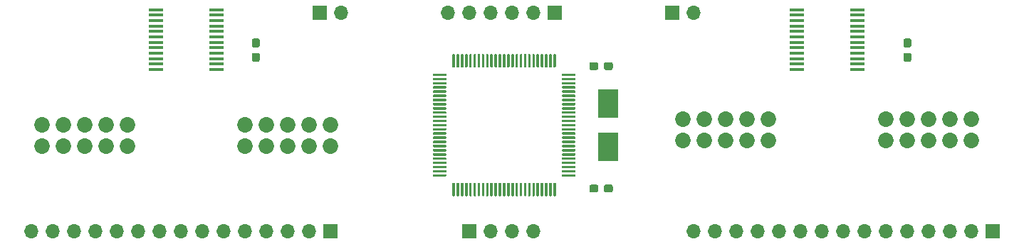
<source format=gbr>
%TF.GenerationSoftware,KiCad,Pcbnew,5.1.9+dfsg1-1*%
%TF.CreationDate,2021-08-18T14:47:46-04:00*%
%TF.ProjectId,custom_toothbrush_board,63757374-6f6d-45f7-946f-6f7468627275,rev?*%
%TF.SameCoordinates,Original*%
%TF.FileFunction,Soldermask,Top*%
%TF.FilePolarity,Negative*%
%FSLAX46Y46*%
G04 Gerber Fmt 4.6, Leading zero omitted, Abs format (unit mm)*
G04 Created by KiCad (PCBNEW 5.1.9+dfsg1-1) date 2021-08-18 14:47:46*
%MOMM*%
%LPD*%
G01*
G04 APERTURE LIST*
%ADD10R,1.700000X1.700000*%
%ADD11O,1.700000X1.700000*%
%ADD12R,1.750000X0.450000*%
%ADD13C,1.853200*%
%ADD14R,2.400000X3.500000*%
G04 APERTURE END LIST*
%TO.C,C1*%
G36*
G01*
X45482500Y-46860000D02*
X45957500Y-46860000D01*
G75*
G02*
X46195000Y-47097500I0J-237500D01*
G01*
X46195000Y-47697500D01*
G75*
G02*
X45957500Y-47935000I-237500J0D01*
G01*
X45482500Y-47935000D01*
G75*
G02*
X45245000Y-47697500I0J237500D01*
G01*
X45245000Y-47097500D01*
G75*
G02*
X45482500Y-46860000I237500J0D01*
G01*
G37*
G36*
G01*
X45482500Y-48585000D02*
X45957500Y-48585000D01*
G75*
G02*
X46195000Y-48822500I0J-237500D01*
G01*
X46195000Y-49422500D01*
G75*
G02*
X45957500Y-49660000I-237500J0D01*
G01*
X45482500Y-49660000D01*
G75*
G02*
X45245000Y-49422500I0J237500D01*
G01*
X45245000Y-48822500D01*
G75*
G02*
X45482500Y-48585000I237500J0D01*
G01*
G37*
%TD*%
%TO.C,C2*%
G36*
G01*
X122952500Y-48585000D02*
X123427500Y-48585000D01*
G75*
G02*
X123665000Y-48822500I0J-237500D01*
G01*
X123665000Y-49422500D01*
G75*
G02*
X123427500Y-49660000I-237500J0D01*
G01*
X122952500Y-49660000D01*
G75*
G02*
X122715000Y-49422500I0J237500D01*
G01*
X122715000Y-48822500D01*
G75*
G02*
X122952500Y-48585000I237500J0D01*
G01*
G37*
G36*
G01*
X122952500Y-46860000D02*
X123427500Y-46860000D01*
G75*
G02*
X123665000Y-47097500I0J-237500D01*
G01*
X123665000Y-47697500D01*
G75*
G02*
X123427500Y-47935000I-237500J0D01*
G01*
X122952500Y-47935000D01*
G75*
G02*
X122715000Y-47697500I0J237500D01*
G01*
X122715000Y-47097500D01*
G75*
G02*
X122952500Y-46860000I237500J0D01*
G01*
G37*
%TD*%
D10*
%TO.C,J1*%
X133350000Y-69850000D03*
D11*
X130810000Y-69850000D03*
X128270000Y-69850000D03*
X125730000Y-69850000D03*
X123190000Y-69850000D03*
X120650000Y-69850000D03*
X118110000Y-69850000D03*
X115570000Y-69850000D03*
X113030000Y-69850000D03*
X110490000Y-69850000D03*
X107950000Y-69850000D03*
X105410000Y-69850000D03*
X102870000Y-69850000D03*
X100330000Y-69850000D03*
X97790000Y-69850000D03*
%TD*%
%TO.C,J2*%
X19050000Y-69850000D03*
X21590000Y-69850000D03*
X24130000Y-69850000D03*
X26670000Y-69850000D03*
X29210000Y-69850000D03*
X31750000Y-69850000D03*
X34290000Y-69850000D03*
X36830000Y-69850000D03*
X39370000Y-69850000D03*
X41910000Y-69850000D03*
X44450000Y-69850000D03*
X46990000Y-69850000D03*
X49530000Y-69850000D03*
X52070000Y-69850000D03*
D10*
X54610000Y-69850000D03*
%TD*%
%TO.C,J3*%
X81280000Y-43815000D03*
D11*
X78740000Y-43815000D03*
X76200000Y-43815000D03*
X73660000Y-43815000D03*
X71120000Y-43815000D03*
X68580000Y-43815000D03*
%TD*%
D10*
%TO.C,J4*%
X71120000Y-69850000D03*
D11*
X73660000Y-69850000D03*
X76200000Y-69850000D03*
X78740000Y-69850000D03*
%TD*%
D10*
%TO.C,J6*%
X95250000Y-43815000D03*
D11*
X97790000Y-43815000D03*
%TD*%
%TO.C,U1*%
G36*
G01*
X83715000Y-63130000D02*
X83715000Y-63280000D01*
G75*
G02*
X83640000Y-63355000I-75000J0D01*
G01*
X82190000Y-63355000D01*
G75*
G02*
X82115000Y-63280000I0J75000D01*
G01*
X82115000Y-63130000D01*
G75*
G02*
X82190000Y-63055000I75000J0D01*
G01*
X83640000Y-63055000D01*
G75*
G02*
X83715000Y-63130000I0J-75000D01*
G01*
G37*
G36*
G01*
X83715000Y-62630000D02*
X83715000Y-62780000D01*
G75*
G02*
X83640000Y-62855000I-75000J0D01*
G01*
X82190000Y-62855000D01*
G75*
G02*
X82115000Y-62780000I0J75000D01*
G01*
X82115000Y-62630000D01*
G75*
G02*
X82190000Y-62555000I75000J0D01*
G01*
X83640000Y-62555000D01*
G75*
G02*
X83715000Y-62630000I0J-75000D01*
G01*
G37*
G36*
G01*
X83715000Y-62130000D02*
X83715000Y-62280000D01*
G75*
G02*
X83640000Y-62355000I-75000J0D01*
G01*
X82190000Y-62355000D01*
G75*
G02*
X82115000Y-62280000I0J75000D01*
G01*
X82115000Y-62130000D01*
G75*
G02*
X82190000Y-62055000I75000J0D01*
G01*
X83640000Y-62055000D01*
G75*
G02*
X83715000Y-62130000I0J-75000D01*
G01*
G37*
G36*
G01*
X83715000Y-61630000D02*
X83715000Y-61780000D01*
G75*
G02*
X83640000Y-61855000I-75000J0D01*
G01*
X82190000Y-61855000D01*
G75*
G02*
X82115000Y-61780000I0J75000D01*
G01*
X82115000Y-61630000D01*
G75*
G02*
X82190000Y-61555000I75000J0D01*
G01*
X83640000Y-61555000D01*
G75*
G02*
X83715000Y-61630000I0J-75000D01*
G01*
G37*
G36*
G01*
X83715000Y-61130000D02*
X83715000Y-61280000D01*
G75*
G02*
X83640000Y-61355000I-75000J0D01*
G01*
X82190000Y-61355000D01*
G75*
G02*
X82115000Y-61280000I0J75000D01*
G01*
X82115000Y-61130000D01*
G75*
G02*
X82190000Y-61055000I75000J0D01*
G01*
X83640000Y-61055000D01*
G75*
G02*
X83715000Y-61130000I0J-75000D01*
G01*
G37*
G36*
G01*
X83715000Y-60630000D02*
X83715000Y-60780000D01*
G75*
G02*
X83640000Y-60855000I-75000J0D01*
G01*
X82190000Y-60855000D01*
G75*
G02*
X82115000Y-60780000I0J75000D01*
G01*
X82115000Y-60630000D01*
G75*
G02*
X82190000Y-60555000I75000J0D01*
G01*
X83640000Y-60555000D01*
G75*
G02*
X83715000Y-60630000I0J-75000D01*
G01*
G37*
G36*
G01*
X83715000Y-60130000D02*
X83715000Y-60280000D01*
G75*
G02*
X83640000Y-60355000I-75000J0D01*
G01*
X82190000Y-60355000D01*
G75*
G02*
X82115000Y-60280000I0J75000D01*
G01*
X82115000Y-60130000D01*
G75*
G02*
X82190000Y-60055000I75000J0D01*
G01*
X83640000Y-60055000D01*
G75*
G02*
X83715000Y-60130000I0J-75000D01*
G01*
G37*
G36*
G01*
X83715000Y-59630000D02*
X83715000Y-59780000D01*
G75*
G02*
X83640000Y-59855000I-75000J0D01*
G01*
X82190000Y-59855000D01*
G75*
G02*
X82115000Y-59780000I0J75000D01*
G01*
X82115000Y-59630000D01*
G75*
G02*
X82190000Y-59555000I75000J0D01*
G01*
X83640000Y-59555000D01*
G75*
G02*
X83715000Y-59630000I0J-75000D01*
G01*
G37*
G36*
G01*
X83715000Y-59130000D02*
X83715000Y-59280000D01*
G75*
G02*
X83640000Y-59355000I-75000J0D01*
G01*
X82190000Y-59355000D01*
G75*
G02*
X82115000Y-59280000I0J75000D01*
G01*
X82115000Y-59130000D01*
G75*
G02*
X82190000Y-59055000I75000J0D01*
G01*
X83640000Y-59055000D01*
G75*
G02*
X83715000Y-59130000I0J-75000D01*
G01*
G37*
G36*
G01*
X83715000Y-58630000D02*
X83715000Y-58780000D01*
G75*
G02*
X83640000Y-58855000I-75000J0D01*
G01*
X82190000Y-58855000D01*
G75*
G02*
X82115000Y-58780000I0J75000D01*
G01*
X82115000Y-58630000D01*
G75*
G02*
X82190000Y-58555000I75000J0D01*
G01*
X83640000Y-58555000D01*
G75*
G02*
X83715000Y-58630000I0J-75000D01*
G01*
G37*
G36*
G01*
X83715000Y-58130000D02*
X83715000Y-58280000D01*
G75*
G02*
X83640000Y-58355000I-75000J0D01*
G01*
X82190000Y-58355000D01*
G75*
G02*
X82115000Y-58280000I0J75000D01*
G01*
X82115000Y-58130000D01*
G75*
G02*
X82190000Y-58055000I75000J0D01*
G01*
X83640000Y-58055000D01*
G75*
G02*
X83715000Y-58130000I0J-75000D01*
G01*
G37*
G36*
G01*
X83715000Y-57630000D02*
X83715000Y-57780000D01*
G75*
G02*
X83640000Y-57855000I-75000J0D01*
G01*
X82190000Y-57855000D01*
G75*
G02*
X82115000Y-57780000I0J75000D01*
G01*
X82115000Y-57630000D01*
G75*
G02*
X82190000Y-57555000I75000J0D01*
G01*
X83640000Y-57555000D01*
G75*
G02*
X83715000Y-57630000I0J-75000D01*
G01*
G37*
G36*
G01*
X83715000Y-57130000D02*
X83715000Y-57280000D01*
G75*
G02*
X83640000Y-57355000I-75000J0D01*
G01*
X82190000Y-57355000D01*
G75*
G02*
X82115000Y-57280000I0J75000D01*
G01*
X82115000Y-57130000D01*
G75*
G02*
X82190000Y-57055000I75000J0D01*
G01*
X83640000Y-57055000D01*
G75*
G02*
X83715000Y-57130000I0J-75000D01*
G01*
G37*
G36*
G01*
X83715000Y-56630000D02*
X83715000Y-56780000D01*
G75*
G02*
X83640000Y-56855000I-75000J0D01*
G01*
X82190000Y-56855000D01*
G75*
G02*
X82115000Y-56780000I0J75000D01*
G01*
X82115000Y-56630000D01*
G75*
G02*
X82190000Y-56555000I75000J0D01*
G01*
X83640000Y-56555000D01*
G75*
G02*
X83715000Y-56630000I0J-75000D01*
G01*
G37*
G36*
G01*
X83715000Y-56130000D02*
X83715000Y-56280000D01*
G75*
G02*
X83640000Y-56355000I-75000J0D01*
G01*
X82190000Y-56355000D01*
G75*
G02*
X82115000Y-56280000I0J75000D01*
G01*
X82115000Y-56130000D01*
G75*
G02*
X82190000Y-56055000I75000J0D01*
G01*
X83640000Y-56055000D01*
G75*
G02*
X83715000Y-56130000I0J-75000D01*
G01*
G37*
G36*
G01*
X83715000Y-55630000D02*
X83715000Y-55780000D01*
G75*
G02*
X83640000Y-55855000I-75000J0D01*
G01*
X82190000Y-55855000D01*
G75*
G02*
X82115000Y-55780000I0J75000D01*
G01*
X82115000Y-55630000D01*
G75*
G02*
X82190000Y-55555000I75000J0D01*
G01*
X83640000Y-55555000D01*
G75*
G02*
X83715000Y-55630000I0J-75000D01*
G01*
G37*
G36*
G01*
X83715000Y-55130000D02*
X83715000Y-55280000D01*
G75*
G02*
X83640000Y-55355000I-75000J0D01*
G01*
X82190000Y-55355000D01*
G75*
G02*
X82115000Y-55280000I0J75000D01*
G01*
X82115000Y-55130000D01*
G75*
G02*
X82190000Y-55055000I75000J0D01*
G01*
X83640000Y-55055000D01*
G75*
G02*
X83715000Y-55130000I0J-75000D01*
G01*
G37*
G36*
G01*
X83715000Y-54630000D02*
X83715000Y-54780000D01*
G75*
G02*
X83640000Y-54855000I-75000J0D01*
G01*
X82190000Y-54855000D01*
G75*
G02*
X82115000Y-54780000I0J75000D01*
G01*
X82115000Y-54630000D01*
G75*
G02*
X82190000Y-54555000I75000J0D01*
G01*
X83640000Y-54555000D01*
G75*
G02*
X83715000Y-54630000I0J-75000D01*
G01*
G37*
G36*
G01*
X83715000Y-54130000D02*
X83715000Y-54280000D01*
G75*
G02*
X83640000Y-54355000I-75000J0D01*
G01*
X82190000Y-54355000D01*
G75*
G02*
X82115000Y-54280000I0J75000D01*
G01*
X82115000Y-54130000D01*
G75*
G02*
X82190000Y-54055000I75000J0D01*
G01*
X83640000Y-54055000D01*
G75*
G02*
X83715000Y-54130000I0J-75000D01*
G01*
G37*
G36*
G01*
X83715000Y-53630000D02*
X83715000Y-53780000D01*
G75*
G02*
X83640000Y-53855000I-75000J0D01*
G01*
X82190000Y-53855000D01*
G75*
G02*
X82115000Y-53780000I0J75000D01*
G01*
X82115000Y-53630000D01*
G75*
G02*
X82190000Y-53555000I75000J0D01*
G01*
X83640000Y-53555000D01*
G75*
G02*
X83715000Y-53630000I0J-75000D01*
G01*
G37*
G36*
G01*
X83715000Y-53130000D02*
X83715000Y-53280000D01*
G75*
G02*
X83640000Y-53355000I-75000J0D01*
G01*
X82190000Y-53355000D01*
G75*
G02*
X82115000Y-53280000I0J75000D01*
G01*
X82115000Y-53130000D01*
G75*
G02*
X82190000Y-53055000I75000J0D01*
G01*
X83640000Y-53055000D01*
G75*
G02*
X83715000Y-53130000I0J-75000D01*
G01*
G37*
G36*
G01*
X83715000Y-52630000D02*
X83715000Y-52780000D01*
G75*
G02*
X83640000Y-52855000I-75000J0D01*
G01*
X82190000Y-52855000D01*
G75*
G02*
X82115000Y-52780000I0J75000D01*
G01*
X82115000Y-52630000D01*
G75*
G02*
X82190000Y-52555000I75000J0D01*
G01*
X83640000Y-52555000D01*
G75*
G02*
X83715000Y-52630000I0J-75000D01*
G01*
G37*
G36*
G01*
X83715000Y-52130000D02*
X83715000Y-52280000D01*
G75*
G02*
X83640000Y-52355000I-75000J0D01*
G01*
X82190000Y-52355000D01*
G75*
G02*
X82115000Y-52280000I0J75000D01*
G01*
X82115000Y-52130000D01*
G75*
G02*
X82190000Y-52055000I75000J0D01*
G01*
X83640000Y-52055000D01*
G75*
G02*
X83715000Y-52130000I0J-75000D01*
G01*
G37*
G36*
G01*
X83715000Y-51630000D02*
X83715000Y-51780000D01*
G75*
G02*
X83640000Y-51855000I-75000J0D01*
G01*
X82190000Y-51855000D01*
G75*
G02*
X82115000Y-51780000I0J75000D01*
G01*
X82115000Y-51630000D01*
G75*
G02*
X82190000Y-51555000I75000J0D01*
G01*
X83640000Y-51555000D01*
G75*
G02*
X83715000Y-51630000I0J-75000D01*
G01*
G37*
G36*
G01*
X83715000Y-51130000D02*
X83715000Y-51280000D01*
G75*
G02*
X83640000Y-51355000I-75000J0D01*
G01*
X82190000Y-51355000D01*
G75*
G02*
X82115000Y-51280000I0J75000D01*
G01*
X82115000Y-51130000D01*
G75*
G02*
X82190000Y-51055000I75000J0D01*
G01*
X83640000Y-51055000D01*
G75*
G02*
X83715000Y-51130000I0J-75000D01*
G01*
G37*
G36*
G01*
X81390000Y-48805000D02*
X81390000Y-50255000D01*
G75*
G02*
X81315000Y-50330000I-75000J0D01*
G01*
X81165000Y-50330000D01*
G75*
G02*
X81090000Y-50255000I0J75000D01*
G01*
X81090000Y-48805000D01*
G75*
G02*
X81165000Y-48730000I75000J0D01*
G01*
X81315000Y-48730000D01*
G75*
G02*
X81390000Y-48805000I0J-75000D01*
G01*
G37*
G36*
G01*
X80890000Y-48805000D02*
X80890000Y-50255000D01*
G75*
G02*
X80815000Y-50330000I-75000J0D01*
G01*
X80665000Y-50330000D01*
G75*
G02*
X80590000Y-50255000I0J75000D01*
G01*
X80590000Y-48805000D01*
G75*
G02*
X80665000Y-48730000I75000J0D01*
G01*
X80815000Y-48730000D01*
G75*
G02*
X80890000Y-48805000I0J-75000D01*
G01*
G37*
G36*
G01*
X80390000Y-48805000D02*
X80390000Y-50255000D01*
G75*
G02*
X80315000Y-50330000I-75000J0D01*
G01*
X80165000Y-50330000D01*
G75*
G02*
X80090000Y-50255000I0J75000D01*
G01*
X80090000Y-48805000D01*
G75*
G02*
X80165000Y-48730000I75000J0D01*
G01*
X80315000Y-48730000D01*
G75*
G02*
X80390000Y-48805000I0J-75000D01*
G01*
G37*
G36*
G01*
X79890000Y-48805000D02*
X79890000Y-50255000D01*
G75*
G02*
X79815000Y-50330000I-75000J0D01*
G01*
X79665000Y-50330000D01*
G75*
G02*
X79590000Y-50255000I0J75000D01*
G01*
X79590000Y-48805000D01*
G75*
G02*
X79665000Y-48730000I75000J0D01*
G01*
X79815000Y-48730000D01*
G75*
G02*
X79890000Y-48805000I0J-75000D01*
G01*
G37*
G36*
G01*
X79390000Y-48805000D02*
X79390000Y-50255000D01*
G75*
G02*
X79315000Y-50330000I-75000J0D01*
G01*
X79165000Y-50330000D01*
G75*
G02*
X79090000Y-50255000I0J75000D01*
G01*
X79090000Y-48805000D01*
G75*
G02*
X79165000Y-48730000I75000J0D01*
G01*
X79315000Y-48730000D01*
G75*
G02*
X79390000Y-48805000I0J-75000D01*
G01*
G37*
G36*
G01*
X78890000Y-48805000D02*
X78890000Y-50255000D01*
G75*
G02*
X78815000Y-50330000I-75000J0D01*
G01*
X78665000Y-50330000D01*
G75*
G02*
X78590000Y-50255000I0J75000D01*
G01*
X78590000Y-48805000D01*
G75*
G02*
X78665000Y-48730000I75000J0D01*
G01*
X78815000Y-48730000D01*
G75*
G02*
X78890000Y-48805000I0J-75000D01*
G01*
G37*
G36*
G01*
X78390000Y-48805000D02*
X78390000Y-50255000D01*
G75*
G02*
X78315000Y-50330000I-75000J0D01*
G01*
X78165000Y-50330000D01*
G75*
G02*
X78090000Y-50255000I0J75000D01*
G01*
X78090000Y-48805000D01*
G75*
G02*
X78165000Y-48730000I75000J0D01*
G01*
X78315000Y-48730000D01*
G75*
G02*
X78390000Y-48805000I0J-75000D01*
G01*
G37*
G36*
G01*
X77890000Y-48805000D02*
X77890000Y-50255000D01*
G75*
G02*
X77815000Y-50330000I-75000J0D01*
G01*
X77665000Y-50330000D01*
G75*
G02*
X77590000Y-50255000I0J75000D01*
G01*
X77590000Y-48805000D01*
G75*
G02*
X77665000Y-48730000I75000J0D01*
G01*
X77815000Y-48730000D01*
G75*
G02*
X77890000Y-48805000I0J-75000D01*
G01*
G37*
G36*
G01*
X77390000Y-48805000D02*
X77390000Y-50255000D01*
G75*
G02*
X77315000Y-50330000I-75000J0D01*
G01*
X77165000Y-50330000D01*
G75*
G02*
X77090000Y-50255000I0J75000D01*
G01*
X77090000Y-48805000D01*
G75*
G02*
X77165000Y-48730000I75000J0D01*
G01*
X77315000Y-48730000D01*
G75*
G02*
X77390000Y-48805000I0J-75000D01*
G01*
G37*
G36*
G01*
X76890000Y-48805000D02*
X76890000Y-50255000D01*
G75*
G02*
X76815000Y-50330000I-75000J0D01*
G01*
X76665000Y-50330000D01*
G75*
G02*
X76590000Y-50255000I0J75000D01*
G01*
X76590000Y-48805000D01*
G75*
G02*
X76665000Y-48730000I75000J0D01*
G01*
X76815000Y-48730000D01*
G75*
G02*
X76890000Y-48805000I0J-75000D01*
G01*
G37*
G36*
G01*
X76390000Y-48805000D02*
X76390000Y-50255000D01*
G75*
G02*
X76315000Y-50330000I-75000J0D01*
G01*
X76165000Y-50330000D01*
G75*
G02*
X76090000Y-50255000I0J75000D01*
G01*
X76090000Y-48805000D01*
G75*
G02*
X76165000Y-48730000I75000J0D01*
G01*
X76315000Y-48730000D01*
G75*
G02*
X76390000Y-48805000I0J-75000D01*
G01*
G37*
G36*
G01*
X75890000Y-48805000D02*
X75890000Y-50255000D01*
G75*
G02*
X75815000Y-50330000I-75000J0D01*
G01*
X75665000Y-50330000D01*
G75*
G02*
X75590000Y-50255000I0J75000D01*
G01*
X75590000Y-48805000D01*
G75*
G02*
X75665000Y-48730000I75000J0D01*
G01*
X75815000Y-48730000D01*
G75*
G02*
X75890000Y-48805000I0J-75000D01*
G01*
G37*
G36*
G01*
X75390000Y-48805000D02*
X75390000Y-50255000D01*
G75*
G02*
X75315000Y-50330000I-75000J0D01*
G01*
X75165000Y-50330000D01*
G75*
G02*
X75090000Y-50255000I0J75000D01*
G01*
X75090000Y-48805000D01*
G75*
G02*
X75165000Y-48730000I75000J0D01*
G01*
X75315000Y-48730000D01*
G75*
G02*
X75390000Y-48805000I0J-75000D01*
G01*
G37*
G36*
G01*
X74890000Y-48805000D02*
X74890000Y-50255000D01*
G75*
G02*
X74815000Y-50330000I-75000J0D01*
G01*
X74665000Y-50330000D01*
G75*
G02*
X74590000Y-50255000I0J75000D01*
G01*
X74590000Y-48805000D01*
G75*
G02*
X74665000Y-48730000I75000J0D01*
G01*
X74815000Y-48730000D01*
G75*
G02*
X74890000Y-48805000I0J-75000D01*
G01*
G37*
G36*
G01*
X74390000Y-48805000D02*
X74390000Y-50255000D01*
G75*
G02*
X74315000Y-50330000I-75000J0D01*
G01*
X74165000Y-50330000D01*
G75*
G02*
X74090000Y-50255000I0J75000D01*
G01*
X74090000Y-48805000D01*
G75*
G02*
X74165000Y-48730000I75000J0D01*
G01*
X74315000Y-48730000D01*
G75*
G02*
X74390000Y-48805000I0J-75000D01*
G01*
G37*
G36*
G01*
X73890000Y-48805000D02*
X73890000Y-50255000D01*
G75*
G02*
X73815000Y-50330000I-75000J0D01*
G01*
X73665000Y-50330000D01*
G75*
G02*
X73590000Y-50255000I0J75000D01*
G01*
X73590000Y-48805000D01*
G75*
G02*
X73665000Y-48730000I75000J0D01*
G01*
X73815000Y-48730000D01*
G75*
G02*
X73890000Y-48805000I0J-75000D01*
G01*
G37*
G36*
G01*
X73390000Y-48805000D02*
X73390000Y-50255000D01*
G75*
G02*
X73315000Y-50330000I-75000J0D01*
G01*
X73165000Y-50330000D01*
G75*
G02*
X73090000Y-50255000I0J75000D01*
G01*
X73090000Y-48805000D01*
G75*
G02*
X73165000Y-48730000I75000J0D01*
G01*
X73315000Y-48730000D01*
G75*
G02*
X73390000Y-48805000I0J-75000D01*
G01*
G37*
G36*
G01*
X72890000Y-48805000D02*
X72890000Y-50255000D01*
G75*
G02*
X72815000Y-50330000I-75000J0D01*
G01*
X72665000Y-50330000D01*
G75*
G02*
X72590000Y-50255000I0J75000D01*
G01*
X72590000Y-48805000D01*
G75*
G02*
X72665000Y-48730000I75000J0D01*
G01*
X72815000Y-48730000D01*
G75*
G02*
X72890000Y-48805000I0J-75000D01*
G01*
G37*
G36*
G01*
X72390000Y-48805000D02*
X72390000Y-50255000D01*
G75*
G02*
X72315000Y-50330000I-75000J0D01*
G01*
X72165000Y-50330000D01*
G75*
G02*
X72090000Y-50255000I0J75000D01*
G01*
X72090000Y-48805000D01*
G75*
G02*
X72165000Y-48730000I75000J0D01*
G01*
X72315000Y-48730000D01*
G75*
G02*
X72390000Y-48805000I0J-75000D01*
G01*
G37*
G36*
G01*
X71890000Y-48805000D02*
X71890000Y-50255000D01*
G75*
G02*
X71815000Y-50330000I-75000J0D01*
G01*
X71665000Y-50330000D01*
G75*
G02*
X71590000Y-50255000I0J75000D01*
G01*
X71590000Y-48805000D01*
G75*
G02*
X71665000Y-48730000I75000J0D01*
G01*
X71815000Y-48730000D01*
G75*
G02*
X71890000Y-48805000I0J-75000D01*
G01*
G37*
G36*
G01*
X71390000Y-48805000D02*
X71390000Y-50255000D01*
G75*
G02*
X71315000Y-50330000I-75000J0D01*
G01*
X71165000Y-50330000D01*
G75*
G02*
X71090000Y-50255000I0J75000D01*
G01*
X71090000Y-48805000D01*
G75*
G02*
X71165000Y-48730000I75000J0D01*
G01*
X71315000Y-48730000D01*
G75*
G02*
X71390000Y-48805000I0J-75000D01*
G01*
G37*
G36*
G01*
X70890000Y-48805000D02*
X70890000Y-50255000D01*
G75*
G02*
X70815000Y-50330000I-75000J0D01*
G01*
X70665000Y-50330000D01*
G75*
G02*
X70590000Y-50255000I0J75000D01*
G01*
X70590000Y-48805000D01*
G75*
G02*
X70665000Y-48730000I75000J0D01*
G01*
X70815000Y-48730000D01*
G75*
G02*
X70890000Y-48805000I0J-75000D01*
G01*
G37*
G36*
G01*
X70390000Y-48805000D02*
X70390000Y-50255000D01*
G75*
G02*
X70315000Y-50330000I-75000J0D01*
G01*
X70165000Y-50330000D01*
G75*
G02*
X70090000Y-50255000I0J75000D01*
G01*
X70090000Y-48805000D01*
G75*
G02*
X70165000Y-48730000I75000J0D01*
G01*
X70315000Y-48730000D01*
G75*
G02*
X70390000Y-48805000I0J-75000D01*
G01*
G37*
G36*
G01*
X69890000Y-48805000D02*
X69890000Y-50255000D01*
G75*
G02*
X69815000Y-50330000I-75000J0D01*
G01*
X69665000Y-50330000D01*
G75*
G02*
X69590000Y-50255000I0J75000D01*
G01*
X69590000Y-48805000D01*
G75*
G02*
X69665000Y-48730000I75000J0D01*
G01*
X69815000Y-48730000D01*
G75*
G02*
X69890000Y-48805000I0J-75000D01*
G01*
G37*
G36*
G01*
X69390000Y-48805000D02*
X69390000Y-50255000D01*
G75*
G02*
X69315000Y-50330000I-75000J0D01*
G01*
X69165000Y-50330000D01*
G75*
G02*
X69090000Y-50255000I0J75000D01*
G01*
X69090000Y-48805000D01*
G75*
G02*
X69165000Y-48730000I75000J0D01*
G01*
X69315000Y-48730000D01*
G75*
G02*
X69390000Y-48805000I0J-75000D01*
G01*
G37*
G36*
G01*
X68365000Y-51130000D02*
X68365000Y-51280000D01*
G75*
G02*
X68290000Y-51355000I-75000J0D01*
G01*
X66840000Y-51355000D01*
G75*
G02*
X66765000Y-51280000I0J75000D01*
G01*
X66765000Y-51130000D01*
G75*
G02*
X66840000Y-51055000I75000J0D01*
G01*
X68290000Y-51055000D01*
G75*
G02*
X68365000Y-51130000I0J-75000D01*
G01*
G37*
G36*
G01*
X68365000Y-51630000D02*
X68365000Y-51780000D01*
G75*
G02*
X68290000Y-51855000I-75000J0D01*
G01*
X66840000Y-51855000D01*
G75*
G02*
X66765000Y-51780000I0J75000D01*
G01*
X66765000Y-51630000D01*
G75*
G02*
X66840000Y-51555000I75000J0D01*
G01*
X68290000Y-51555000D01*
G75*
G02*
X68365000Y-51630000I0J-75000D01*
G01*
G37*
G36*
G01*
X68365000Y-52130000D02*
X68365000Y-52280000D01*
G75*
G02*
X68290000Y-52355000I-75000J0D01*
G01*
X66840000Y-52355000D01*
G75*
G02*
X66765000Y-52280000I0J75000D01*
G01*
X66765000Y-52130000D01*
G75*
G02*
X66840000Y-52055000I75000J0D01*
G01*
X68290000Y-52055000D01*
G75*
G02*
X68365000Y-52130000I0J-75000D01*
G01*
G37*
G36*
G01*
X68365000Y-52630000D02*
X68365000Y-52780000D01*
G75*
G02*
X68290000Y-52855000I-75000J0D01*
G01*
X66840000Y-52855000D01*
G75*
G02*
X66765000Y-52780000I0J75000D01*
G01*
X66765000Y-52630000D01*
G75*
G02*
X66840000Y-52555000I75000J0D01*
G01*
X68290000Y-52555000D01*
G75*
G02*
X68365000Y-52630000I0J-75000D01*
G01*
G37*
G36*
G01*
X68365000Y-53130000D02*
X68365000Y-53280000D01*
G75*
G02*
X68290000Y-53355000I-75000J0D01*
G01*
X66840000Y-53355000D01*
G75*
G02*
X66765000Y-53280000I0J75000D01*
G01*
X66765000Y-53130000D01*
G75*
G02*
X66840000Y-53055000I75000J0D01*
G01*
X68290000Y-53055000D01*
G75*
G02*
X68365000Y-53130000I0J-75000D01*
G01*
G37*
G36*
G01*
X68365000Y-53630000D02*
X68365000Y-53780000D01*
G75*
G02*
X68290000Y-53855000I-75000J0D01*
G01*
X66840000Y-53855000D01*
G75*
G02*
X66765000Y-53780000I0J75000D01*
G01*
X66765000Y-53630000D01*
G75*
G02*
X66840000Y-53555000I75000J0D01*
G01*
X68290000Y-53555000D01*
G75*
G02*
X68365000Y-53630000I0J-75000D01*
G01*
G37*
G36*
G01*
X68365000Y-54130000D02*
X68365000Y-54280000D01*
G75*
G02*
X68290000Y-54355000I-75000J0D01*
G01*
X66840000Y-54355000D01*
G75*
G02*
X66765000Y-54280000I0J75000D01*
G01*
X66765000Y-54130000D01*
G75*
G02*
X66840000Y-54055000I75000J0D01*
G01*
X68290000Y-54055000D01*
G75*
G02*
X68365000Y-54130000I0J-75000D01*
G01*
G37*
G36*
G01*
X68365000Y-54630000D02*
X68365000Y-54780000D01*
G75*
G02*
X68290000Y-54855000I-75000J0D01*
G01*
X66840000Y-54855000D01*
G75*
G02*
X66765000Y-54780000I0J75000D01*
G01*
X66765000Y-54630000D01*
G75*
G02*
X66840000Y-54555000I75000J0D01*
G01*
X68290000Y-54555000D01*
G75*
G02*
X68365000Y-54630000I0J-75000D01*
G01*
G37*
G36*
G01*
X68365000Y-55130000D02*
X68365000Y-55280000D01*
G75*
G02*
X68290000Y-55355000I-75000J0D01*
G01*
X66840000Y-55355000D01*
G75*
G02*
X66765000Y-55280000I0J75000D01*
G01*
X66765000Y-55130000D01*
G75*
G02*
X66840000Y-55055000I75000J0D01*
G01*
X68290000Y-55055000D01*
G75*
G02*
X68365000Y-55130000I0J-75000D01*
G01*
G37*
G36*
G01*
X68365000Y-55630000D02*
X68365000Y-55780000D01*
G75*
G02*
X68290000Y-55855000I-75000J0D01*
G01*
X66840000Y-55855000D01*
G75*
G02*
X66765000Y-55780000I0J75000D01*
G01*
X66765000Y-55630000D01*
G75*
G02*
X66840000Y-55555000I75000J0D01*
G01*
X68290000Y-55555000D01*
G75*
G02*
X68365000Y-55630000I0J-75000D01*
G01*
G37*
G36*
G01*
X68365000Y-56130000D02*
X68365000Y-56280000D01*
G75*
G02*
X68290000Y-56355000I-75000J0D01*
G01*
X66840000Y-56355000D01*
G75*
G02*
X66765000Y-56280000I0J75000D01*
G01*
X66765000Y-56130000D01*
G75*
G02*
X66840000Y-56055000I75000J0D01*
G01*
X68290000Y-56055000D01*
G75*
G02*
X68365000Y-56130000I0J-75000D01*
G01*
G37*
G36*
G01*
X68365000Y-56630000D02*
X68365000Y-56780000D01*
G75*
G02*
X68290000Y-56855000I-75000J0D01*
G01*
X66840000Y-56855000D01*
G75*
G02*
X66765000Y-56780000I0J75000D01*
G01*
X66765000Y-56630000D01*
G75*
G02*
X66840000Y-56555000I75000J0D01*
G01*
X68290000Y-56555000D01*
G75*
G02*
X68365000Y-56630000I0J-75000D01*
G01*
G37*
G36*
G01*
X68365000Y-57130000D02*
X68365000Y-57280000D01*
G75*
G02*
X68290000Y-57355000I-75000J0D01*
G01*
X66840000Y-57355000D01*
G75*
G02*
X66765000Y-57280000I0J75000D01*
G01*
X66765000Y-57130000D01*
G75*
G02*
X66840000Y-57055000I75000J0D01*
G01*
X68290000Y-57055000D01*
G75*
G02*
X68365000Y-57130000I0J-75000D01*
G01*
G37*
G36*
G01*
X68365000Y-57630000D02*
X68365000Y-57780000D01*
G75*
G02*
X68290000Y-57855000I-75000J0D01*
G01*
X66840000Y-57855000D01*
G75*
G02*
X66765000Y-57780000I0J75000D01*
G01*
X66765000Y-57630000D01*
G75*
G02*
X66840000Y-57555000I75000J0D01*
G01*
X68290000Y-57555000D01*
G75*
G02*
X68365000Y-57630000I0J-75000D01*
G01*
G37*
G36*
G01*
X68365000Y-58130000D02*
X68365000Y-58280000D01*
G75*
G02*
X68290000Y-58355000I-75000J0D01*
G01*
X66840000Y-58355000D01*
G75*
G02*
X66765000Y-58280000I0J75000D01*
G01*
X66765000Y-58130000D01*
G75*
G02*
X66840000Y-58055000I75000J0D01*
G01*
X68290000Y-58055000D01*
G75*
G02*
X68365000Y-58130000I0J-75000D01*
G01*
G37*
G36*
G01*
X68365000Y-58630000D02*
X68365000Y-58780000D01*
G75*
G02*
X68290000Y-58855000I-75000J0D01*
G01*
X66840000Y-58855000D01*
G75*
G02*
X66765000Y-58780000I0J75000D01*
G01*
X66765000Y-58630000D01*
G75*
G02*
X66840000Y-58555000I75000J0D01*
G01*
X68290000Y-58555000D01*
G75*
G02*
X68365000Y-58630000I0J-75000D01*
G01*
G37*
G36*
G01*
X68365000Y-59130000D02*
X68365000Y-59280000D01*
G75*
G02*
X68290000Y-59355000I-75000J0D01*
G01*
X66840000Y-59355000D01*
G75*
G02*
X66765000Y-59280000I0J75000D01*
G01*
X66765000Y-59130000D01*
G75*
G02*
X66840000Y-59055000I75000J0D01*
G01*
X68290000Y-59055000D01*
G75*
G02*
X68365000Y-59130000I0J-75000D01*
G01*
G37*
G36*
G01*
X68365000Y-59630000D02*
X68365000Y-59780000D01*
G75*
G02*
X68290000Y-59855000I-75000J0D01*
G01*
X66840000Y-59855000D01*
G75*
G02*
X66765000Y-59780000I0J75000D01*
G01*
X66765000Y-59630000D01*
G75*
G02*
X66840000Y-59555000I75000J0D01*
G01*
X68290000Y-59555000D01*
G75*
G02*
X68365000Y-59630000I0J-75000D01*
G01*
G37*
G36*
G01*
X68365000Y-60130000D02*
X68365000Y-60280000D01*
G75*
G02*
X68290000Y-60355000I-75000J0D01*
G01*
X66840000Y-60355000D01*
G75*
G02*
X66765000Y-60280000I0J75000D01*
G01*
X66765000Y-60130000D01*
G75*
G02*
X66840000Y-60055000I75000J0D01*
G01*
X68290000Y-60055000D01*
G75*
G02*
X68365000Y-60130000I0J-75000D01*
G01*
G37*
G36*
G01*
X68365000Y-60630000D02*
X68365000Y-60780000D01*
G75*
G02*
X68290000Y-60855000I-75000J0D01*
G01*
X66840000Y-60855000D01*
G75*
G02*
X66765000Y-60780000I0J75000D01*
G01*
X66765000Y-60630000D01*
G75*
G02*
X66840000Y-60555000I75000J0D01*
G01*
X68290000Y-60555000D01*
G75*
G02*
X68365000Y-60630000I0J-75000D01*
G01*
G37*
G36*
G01*
X68365000Y-61130000D02*
X68365000Y-61280000D01*
G75*
G02*
X68290000Y-61355000I-75000J0D01*
G01*
X66840000Y-61355000D01*
G75*
G02*
X66765000Y-61280000I0J75000D01*
G01*
X66765000Y-61130000D01*
G75*
G02*
X66840000Y-61055000I75000J0D01*
G01*
X68290000Y-61055000D01*
G75*
G02*
X68365000Y-61130000I0J-75000D01*
G01*
G37*
G36*
G01*
X68365000Y-61630000D02*
X68365000Y-61780000D01*
G75*
G02*
X68290000Y-61855000I-75000J0D01*
G01*
X66840000Y-61855000D01*
G75*
G02*
X66765000Y-61780000I0J75000D01*
G01*
X66765000Y-61630000D01*
G75*
G02*
X66840000Y-61555000I75000J0D01*
G01*
X68290000Y-61555000D01*
G75*
G02*
X68365000Y-61630000I0J-75000D01*
G01*
G37*
G36*
G01*
X68365000Y-62130000D02*
X68365000Y-62280000D01*
G75*
G02*
X68290000Y-62355000I-75000J0D01*
G01*
X66840000Y-62355000D01*
G75*
G02*
X66765000Y-62280000I0J75000D01*
G01*
X66765000Y-62130000D01*
G75*
G02*
X66840000Y-62055000I75000J0D01*
G01*
X68290000Y-62055000D01*
G75*
G02*
X68365000Y-62130000I0J-75000D01*
G01*
G37*
G36*
G01*
X68365000Y-62630000D02*
X68365000Y-62780000D01*
G75*
G02*
X68290000Y-62855000I-75000J0D01*
G01*
X66840000Y-62855000D01*
G75*
G02*
X66765000Y-62780000I0J75000D01*
G01*
X66765000Y-62630000D01*
G75*
G02*
X66840000Y-62555000I75000J0D01*
G01*
X68290000Y-62555000D01*
G75*
G02*
X68365000Y-62630000I0J-75000D01*
G01*
G37*
G36*
G01*
X68365000Y-63130000D02*
X68365000Y-63280000D01*
G75*
G02*
X68290000Y-63355000I-75000J0D01*
G01*
X66840000Y-63355000D01*
G75*
G02*
X66765000Y-63280000I0J75000D01*
G01*
X66765000Y-63130000D01*
G75*
G02*
X66840000Y-63055000I75000J0D01*
G01*
X68290000Y-63055000D01*
G75*
G02*
X68365000Y-63130000I0J-75000D01*
G01*
G37*
G36*
G01*
X69390000Y-64155000D02*
X69390000Y-65605000D01*
G75*
G02*
X69315000Y-65680000I-75000J0D01*
G01*
X69165000Y-65680000D01*
G75*
G02*
X69090000Y-65605000I0J75000D01*
G01*
X69090000Y-64155000D01*
G75*
G02*
X69165000Y-64080000I75000J0D01*
G01*
X69315000Y-64080000D01*
G75*
G02*
X69390000Y-64155000I0J-75000D01*
G01*
G37*
G36*
G01*
X69890000Y-64155000D02*
X69890000Y-65605000D01*
G75*
G02*
X69815000Y-65680000I-75000J0D01*
G01*
X69665000Y-65680000D01*
G75*
G02*
X69590000Y-65605000I0J75000D01*
G01*
X69590000Y-64155000D01*
G75*
G02*
X69665000Y-64080000I75000J0D01*
G01*
X69815000Y-64080000D01*
G75*
G02*
X69890000Y-64155000I0J-75000D01*
G01*
G37*
G36*
G01*
X70390000Y-64155000D02*
X70390000Y-65605000D01*
G75*
G02*
X70315000Y-65680000I-75000J0D01*
G01*
X70165000Y-65680000D01*
G75*
G02*
X70090000Y-65605000I0J75000D01*
G01*
X70090000Y-64155000D01*
G75*
G02*
X70165000Y-64080000I75000J0D01*
G01*
X70315000Y-64080000D01*
G75*
G02*
X70390000Y-64155000I0J-75000D01*
G01*
G37*
G36*
G01*
X70890000Y-64155000D02*
X70890000Y-65605000D01*
G75*
G02*
X70815000Y-65680000I-75000J0D01*
G01*
X70665000Y-65680000D01*
G75*
G02*
X70590000Y-65605000I0J75000D01*
G01*
X70590000Y-64155000D01*
G75*
G02*
X70665000Y-64080000I75000J0D01*
G01*
X70815000Y-64080000D01*
G75*
G02*
X70890000Y-64155000I0J-75000D01*
G01*
G37*
G36*
G01*
X71390000Y-64155000D02*
X71390000Y-65605000D01*
G75*
G02*
X71315000Y-65680000I-75000J0D01*
G01*
X71165000Y-65680000D01*
G75*
G02*
X71090000Y-65605000I0J75000D01*
G01*
X71090000Y-64155000D01*
G75*
G02*
X71165000Y-64080000I75000J0D01*
G01*
X71315000Y-64080000D01*
G75*
G02*
X71390000Y-64155000I0J-75000D01*
G01*
G37*
G36*
G01*
X71890000Y-64155000D02*
X71890000Y-65605000D01*
G75*
G02*
X71815000Y-65680000I-75000J0D01*
G01*
X71665000Y-65680000D01*
G75*
G02*
X71590000Y-65605000I0J75000D01*
G01*
X71590000Y-64155000D01*
G75*
G02*
X71665000Y-64080000I75000J0D01*
G01*
X71815000Y-64080000D01*
G75*
G02*
X71890000Y-64155000I0J-75000D01*
G01*
G37*
G36*
G01*
X72390000Y-64155000D02*
X72390000Y-65605000D01*
G75*
G02*
X72315000Y-65680000I-75000J0D01*
G01*
X72165000Y-65680000D01*
G75*
G02*
X72090000Y-65605000I0J75000D01*
G01*
X72090000Y-64155000D01*
G75*
G02*
X72165000Y-64080000I75000J0D01*
G01*
X72315000Y-64080000D01*
G75*
G02*
X72390000Y-64155000I0J-75000D01*
G01*
G37*
G36*
G01*
X72890000Y-64155000D02*
X72890000Y-65605000D01*
G75*
G02*
X72815000Y-65680000I-75000J0D01*
G01*
X72665000Y-65680000D01*
G75*
G02*
X72590000Y-65605000I0J75000D01*
G01*
X72590000Y-64155000D01*
G75*
G02*
X72665000Y-64080000I75000J0D01*
G01*
X72815000Y-64080000D01*
G75*
G02*
X72890000Y-64155000I0J-75000D01*
G01*
G37*
G36*
G01*
X73390000Y-64155000D02*
X73390000Y-65605000D01*
G75*
G02*
X73315000Y-65680000I-75000J0D01*
G01*
X73165000Y-65680000D01*
G75*
G02*
X73090000Y-65605000I0J75000D01*
G01*
X73090000Y-64155000D01*
G75*
G02*
X73165000Y-64080000I75000J0D01*
G01*
X73315000Y-64080000D01*
G75*
G02*
X73390000Y-64155000I0J-75000D01*
G01*
G37*
G36*
G01*
X73890000Y-64155000D02*
X73890000Y-65605000D01*
G75*
G02*
X73815000Y-65680000I-75000J0D01*
G01*
X73665000Y-65680000D01*
G75*
G02*
X73590000Y-65605000I0J75000D01*
G01*
X73590000Y-64155000D01*
G75*
G02*
X73665000Y-64080000I75000J0D01*
G01*
X73815000Y-64080000D01*
G75*
G02*
X73890000Y-64155000I0J-75000D01*
G01*
G37*
G36*
G01*
X74390000Y-64155000D02*
X74390000Y-65605000D01*
G75*
G02*
X74315000Y-65680000I-75000J0D01*
G01*
X74165000Y-65680000D01*
G75*
G02*
X74090000Y-65605000I0J75000D01*
G01*
X74090000Y-64155000D01*
G75*
G02*
X74165000Y-64080000I75000J0D01*
G01*
X74315000Y-64080000D01*
G75*
G02*
X74390000Y-64155000I0J-75000D01*
G01*
G37*
G36*
G01*
X74890000Y-64155000D02*
X74890000Y-65605000D01*
G75*
G02*
X74815000Y-65680000I-75000J0D01*
G01*
X74665000Y-65680000D01*
G75*
G02*
X74590000Y-65605000I0J75000D01*
G01*
X74590000Y-64155000D01*
G75*
G02*
X74665000Y-64080000I75000J0D01*
G01*
X74815000Y-64080000D01*
G75*
G02*
X74890000Y-64155000I0J-75000D01*
G01*
G37*
G36*
G01*
X75390000Y-64155000D02*
X75390000Y-65605000D01*
G75*
G02*
X75315000Y-65680000I-75000J0D01*
G01*
X75165000Y-65680000D01*
G75*
G02*
X75090000Y-65605000I0J75000D01*
G01*
X75090000Y-64155000D01*
G75*
G02*
X75165000Y-64080000I75000J0D01*
G01*
X75315000Y-64080000D01*
G75*
G02*
X75390000Y-64155000I0J-75000D01*
G01*
G37*
G36*
G01*
X75890000Y-64155000D02*
X75890000Y-65605000D01*
G75*
G02*
X75815000Y-65680000I-75000J0D01*
G01*
X75665000Y-65680000D01*
G75*
G02*
X75590000Y-65605000I0J75000D01*
G01*
X75590000Y-64155000D01*
G75*
G02*
X75665000Y-64080000I75000J0D01*
G01*
X75815000Y-64080000D01*
G75*
G02*
X75890000Y-64155000I0J-75000D01*
G01*
G37*
G36*
G01*
X76390000Y-64155000D02*
X76390000Y-65605000D01*
G75*
G02*
X76315000Y-65680000I-75000J0D01*
G01*
X76165000Y-65680000D01*
G75*
G02*
X76090000Y-65605000I0J75000D01*
G01*
X76090000Y-64155000D01*
G75*
G02*
X76165000Y-64080000I75000J0D01*
G01*
X76315000Y-64080000D01*
G75*
G02*
X76390000Y-64155000I0J-75000D01*
G01*
G37*
G36*
G01*
X76890000Y-64155000D02*
X76890000Y-65605000D01*
G75*
G02*
X76815000Y-65680000I-75000J0D01*
G01*
X76665000Y-65680000D01*
G75*
G02*
X76590000Y-65605000I0J75000D01*
G01*
X76590000Y-64155000D01*
G75*
G02*
X76665000Y-64080000I75000J0D01*
G01*
X76815000Y-64080000D01*
G75*
G02*
X76890000Y-64155000I0J-75000D01*
G01*
G37*
G36*
G01*
X77390000Y-64155000D02*
X77390000Y-65605000D01*
G75*
G02*
X77315000Y-65680000I-75000J0D01*
G01*
X77165000Y-65680000D01*
G75*
G02*
X77090000Y-65605000I0J75000D01*
G01*
X77090000Y-64155000D01*
G75*
G02*
X77165000Y-64080000I75000J0D01*
G01*
X77315000Y-64080000D01*
G75*
G02*
X77390000Y-64155000I0J-75000D01*
G01*
G37*
G36*
G01*
X77890000Y-64155000D02*
X77890000Y-65605000D01*
G75*
G02*
X77815000Y-65680000I-75000J0D01*
G01*
X77665000Y-65680000D01*
G75*
G02*
X77590000Y-65605000I0J75000D01*
G01*
X77590000Y-64155000D01*
G75*
G02*
X77665000Y-64080000I75000J0D01*
G01*
X77815000Y-64080000D01*
G75*
G02*
X77890000Y-64155000I0J-75000D01*
G01*
G37*
G36*
G01*
X78390000Y-64155000D02*
X78390000Y-65605000D01*
G75*
G02*
X78315000Y-65680000I-75000J0D01*
G01*
X78165000Y-65680000D01*
G75*
G02*
X78090000Y-65605000I0J75000D01*
G01*
X78090000Y-64155000D01*
G75*
G02*
X78165000Y-64080000I75000J0D01*
G01*
X78315000Y-64080000D01*
G75*
G02*
X78390000Y-64155000I0J-75000D01*
G01*
G37*
G36*
G01*
X78890000Y-64155000D02*
X78890000Y-65605000D01*
G75*
G02*
X78815000Y-65680000I-75000J0D01*
G01*
X78665000Y-65680000D01*
G75*
G02*
X78590000Y-65605000I0J75000D01*
G01*
X78590000Y-64155000D01*
G75*
G02*
X78665000Y-64080000I75000J0D01*
G01*
X78815000Y-64080000D01*
G75*
G02*
X78890000Y-64155000I0J-75000D01*
G01*
G37*
G36*
G01*
X79390000Y-64155000D02*
X79390000Y-65605000D01*
G75*
G02*
X79315000Y-65680000I-75000J0D01*
G01*
X79165000Y-65680000D01*
G75*
G02*
X79090000Y-65605000I0J75000D01*
G01*
X79090000Y-64155000D01*
G75*
G02*
X79165000Y-64080000I75000J0D01*
G01*
X79315000Y-64080000D01*
G75*
G02*
X79390000Y-64155000I0J-75000D01*
G01*
G37*
G36*
G01*
X79890000Y-64155000D02*
X79890000Y-65605000D01*
G75*
G02*
X79815000Y-65680000I-75000J0D01*
G01*
X79665000Y-65680000D01*
G75*
G02*
X79590000Y-65605000I0J75000D01*
G01*
X79590000Y-64155000D01*
G75*
G02*
X79665000Y-64080000I75000J0D01*
G01*
X79815000Y-64080000D01*
G75*
G02*
X79890000Y-64155000I0J-75000D01*
G01*
G37*
G36*
G01*
X80390000Y-64155000D02*
X80390000Y-65605000D01*
G75*
G02*
X80315000Y-65680000I-75000J0D01*
G01*
X80165000Y-65680000D01*
G75*
G02*
X80090000Y-65605000I0J75000D01*
G01*
X80090000Y-64155000D01*
G75*
G02*
X80165000Y-64080000I75000J0D01*
G01*
X80315000Y-64080000D01*
G75*
G02*
X80390000Y-64155000I0J-75000D01*
G01*
G37*
G36*
G01*
X80890000Y-64155000D02*
X80890000Y-65605000D01*
G75*
G02*
X80815000Y-65680000I-75000J0D01*
G01*
X80665000Y-65680000D01*
G75*
G02*
X80590000Y-65605000I0J75000D01*
G01*
X80590000Y-64155000D01*
G75*
G02*
X80665000Y-64080000I75000J0D01*
G01*
X80815000Y-64080000D01*
G75*
G02*
X80890000Y-64155000I0J-75000D01*
G01*
G37*
G36*
G01*
X81390000Y-64155000D02*
X81390000Y-65605000D01*
G75*
G02*
X81315000Y-65680000I-75000J0D01*
G01*
X81165000Y-65680000D01*
G75*
G02*
X81090000Y-65605000I0J75000D01*
G01*
X81090000Y-64155000D01*
G75*
G02*
X81165000Y-64080000I75000J0D01*
G01*
X81315000Y-64080000D01*
G75*
G02*
X81390000Y-64155000I0J-75000D01*
G01*
G37*
%TD*%
D12*
%TO.C,U2*%
X110065000Y-43415000D03*
X110065000Y-44065000D03*
X110065000Y-44715000D03*
X110065000Y-45365000D03*
X110065000Y-46015000D03*
X110065000Y-46665000D03*
X110065000Y-47315000D03*
X110065000Y-47965000D03*
X110065000Y-48615000D03*
X110065000Y-49265000D03*
X110065000Y-49915000D03*
X110065000Y-50565000D03*
X117265000Y-50565000D03*
X117265000Y-49915000D03*
X117265000Y-49265000D03*
X117265000Y-48615000D03*
X117265000Y-47965000D03*
X117265000Y-47315000D03*
X117265000Y-46665000D03*
X117265000Y-46015000D03*
X117265000Y-45365000D03*
X117265000Y-44715000D03*
X117265000Y-44065000D03*
X117265000Y-43415000D03*
%TD*%
%TO.C,U3*%
X41065000Y-43415000D03*
X41065000Y-44065000D03*
X41065000Y-44715000D03*
X41065000Y-45365000D03*
X41065000Y-46015000D03*
X41065000Y-46665000D03*
X41065000Y-47315000D03*
X41065000Y-47965000D03*
X41065000Y-48615000D03*
X41065000Y-49265000D03*
X41065000Y-49915000D03*
X41065000Y-50565000D03*
X33865000Y-50565000D03*
X33865000Y-49915000D03*
X33865000Y-49265000D03*
X33865000Y-48615000D03*
X33865000Y-47965000D03*
X33865000Y-47315000D03*
X33865000Y-46665000D03*
X33865000Y-46015000D03*
X33865000Y-45365000D03*
X33865000Y-44715000D03*
X33865000Y-44065000D03*
X33865000Y-43415000D03*
%TD*%
D13*
%TO.C,J7*%
X96520000Y-56515000D03*
X96520000Y-59055000D03*
X99060000Y-56515000D03*
X99060000Y-59055000D03*
X101600000Y-56515000D03*
X101600000Y-59055000D03*
X104140000Y-59055000D03*
X104140000Y-56515000D03*
X106680000Y-59055000D03*
X106680000Y-56515000D03*
%TD*%
%TO.C,J9*%
X20320000Y-57150000D03*
X20320000Y-59690000D03*
X22860000Y-57150000D03*
X22860000Y-59690000D03*
X25400000Y-57150000D03*
X25400000Y-59690000D03*
X27940000Y-59690000D03*
X27940000Y-57150000D03*
X30480000Y-59690000D03*
X30480000Y-57150000D03*
%TD*%
D10*
%TO.C,J5*%
X53340000Y-43815000D03*
D11*
X55880000Y-43815000D03*
%TD*%
D13*
%TO.C,J8*%
X120650000Y-56515000D03*
X120650000Y-59055000D03*
X123190000Y-56515000D03*
X123190000Y-59055000D03*
X125730000Y-56515000D03*
X125730000Y-59055000D03*
X128270000Y-59055000D03*
X128270000Y-56515000D03*
X130810000Y-59055000D03*
X130810000Y-56515000D03*
%TD*%
%TO.C,J10*%
X54610000Y-57150000D03*
X54610000Y-59690000D03*
X52070000Y-57150000D03*
X52070000Y-59690000D03*
X49530000Y-59690000D03*
X49530000Y-57150000D03*
X46990000Y-59690000D03*
X46990000Y-57150000D03*
X44450000Y-59690000D03*
X44450000Y-57150000D03*
%TD*%
%TO.C,C3*%
G36*
G01*
X86442500Y-64532500D02*
X86442500Y-65007500D01*
G75*
G02*
X86205000Y-65245000I-237500J0D01*
G01*
X85605000Y-65245000D01*
G75*
G02*
X85367500Y-65007500I0J237500D01*
G01*
X85367500Y-64532500D01*
G75*
G02*
X85605000Y-64295000I237500J0D01*
G01*
X86205000Y-64295000D01*
G75*
G02*
X86442500Y-64532500I0J-237500D01*
G01*
G37*
G36*
G01*
X88167500Y-64532500D02*
X88167500Y-65007500D01*
G75*
G02*
X87930000Y-65245000I-237500J0D01*
G01*
X87330000Y-65245000D01*
G75*
G02*
X87092500Y-65007500I0J237500D01*
G01*
X87092500Y-64532500D01*
G75*
G02*
X87330000Y-64295000I237500J0D01*
G01*
X87930000Y-64295000D01*
G75*
G02*
X88167500Y-64532500I0J-237500D01*
G01*
G37*
%TD*%
%TO.C,C4*%
G36*
G01*
X88167500Y-49927500D02*
X88167500Y-50402500D01*
G75*
G02*
X87930000Y-50640000I-237500J0D01*
G01*
X87330000Y-50640000D01*
G75*
G02*
X87092500Y-50402500I0J237500D01*
G01*
X87092500Y-49927500D01*
G75*
G02*
X87330000Y-49690000I237500J0D01*
G01*
X87930000Y-49690000D01*
G75*
G02*
X88167500Y-49927500I0J-237500D01*
G01*
G37*
G36*
G01*
X86442500Y-49927500D02*
X86442500Y-50402500D01*
G75*
G02*
X86205000Y-50640000I-237500J0D01*
G01*
X85605000Y-50640000D01*
G75*
G02*
X85367500Y-50402500I0J237500D01*
G01*
X85367500Y-49927500D01*
G75*
G02*
X85605000Y-49690000I237500J0D01*
G01*
X86205000Y-49690000D01*
G75*
G02*
X86442500Y-49927500I0J-237500D01*
G01*
G37*
%TD*%
D14*
%TO.C,Y1*%
X87630000Y-59810000D03*
X87630000Y-54610000D03*
%TD*%
M02*

</source>
